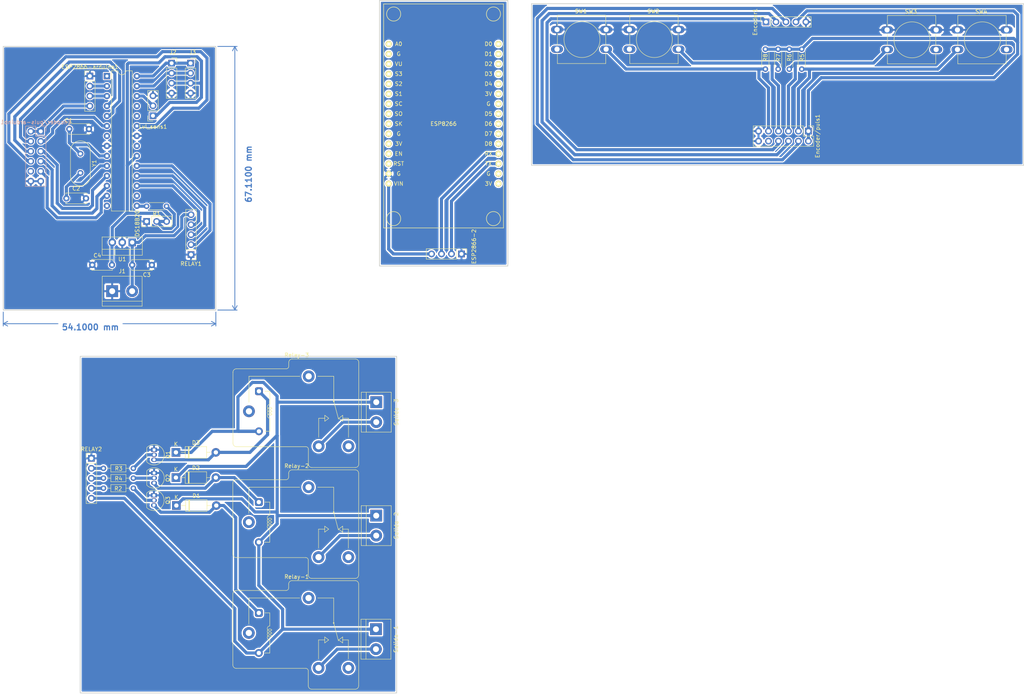
<source format=kicad_pcb>
(kicad_pcb (version 20211014) (generator pcbnew)
  (layers (0 "F.Cu" signal) (31 "B.Cu" signal) (34 "B.Paste" user) (35 "F.Paste" user) (36 "B.SilkS" user "B.Silkscreen") (37 "F.SilkS" user "F.Silkscreen") (38 "B.Mask" user) (39 "F.Mask" user) (44 "Edge.Cuts" user))
  (net 0 "")
  (net 1 "GND")
  (net 2 "Net-(Encoder/puls-arduino1-Pad3)")
  (net 3 "Net-(ESP2866-2-Pad2)")
  (net 4 "Net-(ESP2866-2-Pad3)")
  (net 6 "+5V")
  (net 9 "+12V")
  (net 11 "Net-(D1-Pad2)")
  (net 12 "Net-(D2-Pad2)")
  (net 13 "Net-(C1-Pad1)")
  (net 14 "Net-(C2-Pad1)")
  (net 15 "Net-(Lvl_sens1-Pad2)")
  (net 16 "Net-(Encoder/puls-arduino1-Pad5)")
  (net 17 "Net-(Encoder/puls-arduino1-Pad9)")
  (net 19 "Net-(Encoder/puls1-Pad3)")
  (net 20 "Net-(Encoder/puls1-Pad5)")
  (net 21 "Net-(Q1-Pad2)")
  (net 22 "Net-(Q2-Pad2)")
  (net 23 "Net-(Q3-Pad2)")
  (net 24 "Net-(D3-Pad2)")
  (net 25 "Net-(R1-Pad2)")
  (net 26 "Net-(R2-Pad2)")
  (net 27 "Net-(R3-Pad2)")
  (net 28 "Net-(R4-Pad2)")
  (net 29 "Net-(J2-Pad1)")
  (net 30 "Net-(J2-Pad2)")
  (net 32 "Net-(Encoder/puls1-Pad7)")
  (net 35 "Net-(ESP2866-arduino1-Pad2)")
  (net 36 "Net-(ESP2866-arduino1-Pad3)")
  (net 57 "Net-(RELAY1-Pad2)")
  (net 58 "Net-(RELAY1-Pad3)")
  (net 59 "Net-(RELAY1-Pad4)")
  (net 62 "Net-(Encoder/puls-arduino1-Pad7)")
  (net 67 "Net-(Relay-1-Pad11A)")
  (net 69 "Net-(Relay-2-Pad11A)")
  (net 71 "Net-(Relay-3-Pad11A)")
  (net 73 "Net-(Encoder/puls1-Pad9)")
  (net 74 "Net-(Relay-1-Pad14)")
  (net 75 "Net-(Relay-2-Pad14)")
  (net 76 "Net-(Relay-3-Pad14)")
  (net 77 "Net-(Encoder/puls-arduino1-Pad4)")
  (net 78 "Net-(Encoder/puls-arduino1-Pad6)")
  (net 79 "Net-(Encoder/puls-arduino1-Pad8)")
  (net 80 "Net-(Encoder/puls1-Pad4)")
  (net 81 "Net-(Encoder/puls1-Pad6)")
  (net 82 "Net-(Encoder/puls1-Pad8)")
  (footprint "Connector_PinSocket_2.54mm:PinSocket_1x05_P2.54mm_Vertical" (layer "F.Cu") (at 212.94 19.805 90)
    (fp_text reference "Encoder1")
    (fp_text value "Conn_01x05")
  )
  (footprint "Button_Switch_THT:SW_PUSH-12mm" (layer "F.Cu") (at 261.67 21.82)
    (fp_text reference "SW4")
    (fp_text value "SW_Push")
  )
  (footprint "Capacitor_THT:C_Disc_D5.0mm_W2.5mm_P5.00mm" (layer "F.Cu") (at 34.88 64.71)
    (fp_text reference "C2")
    (fp_text value "20pF")
  )
  (footprint "Connector_PinSocket_2.54mm:PinSocket_1x03_P2.54mm_Vertical" (layer "F.Cu") (at 56.92 43.685 180)
    (fp_text reference "Lvl_sens1")
    (fp_text value "lvl_sens")
  )
  (footprint "Diode_THT:D_DO-41_SOD81_P10.16mm_Horizontal" (layer "F.Cu") (at 62.87 142.89)
    (fp_text reference "D1")
    (fp_text value "1N4007")
  )
  (footprint "Package_TO_SOT_THT:TO-220-3_Vertical" (layer "F.Cu") (at 51.635 75.91 180)
    (fp_text reference "U1")
    (fp_text value "LM7805")
  )
  (footprint "Resistor_THT:R_Axial_DIN0204_L3.6mm_D1.6mm_P7.62mm_Horizontal" (layer "F.Cu") (at 51.93 133.42 180)
    (fp_text reference "R3")
    (fp_text value "1k")
  )
  (footprint "Resistor_THT:R_Axial_DIN0204_L3.6mm_D1.6mm_P5.08mm_Horizontal" (layer "F.Cu") (at 60.375 66.7 180)
    (fp_text reference "R1")
    (fp_text value "4.7k")
  )
  (footprint "Relay_THT:Relay_SPDT_RAYEX-L90" (layer "F.Cu") (at 81.35 118.9)
    (fp_text reference "Relay-3")
    (fp_text value "RAYEX-L90")
  )
  (footprint "Diode_THT:D_DO-41_SOD81_P10.16mm_Horizontal" (layer "F.Cu") (at 62.76 135.78)
    (fp_text reference "D2")
    (fp_text value "1N4007")
  )
  (footprint "Capacitor_THT:C_Disc_D5.0mm_W2.5mm_P5.00mm" (layer "F.Cu") (at 35.625 47.06)
    (fp_text reference "C1")
    (fp_text value "20pF")
  )
  (footprint "Resistor_THT:R_Axial_DIN0204_L3.6mm_D1.6mm_P5.08mm_Horizontal" (layer "F.Cu") (at 218.87 31.81 90)
    (fp_text reference "R6")
    (fp_text value "10k")
  )
  (footprint "Crystal:Crystal_HC49-4H_Vertical" (layer "F.Cu") (at 38.445 53.35 -90)
    (fp_text reference "Y1")
    (fp_text value "16MHz")
  )
  (footprint "Connector_PinHeader_2.54mm:PinHeader_1x04_P2.54mm_Vertical" (layer "F.Cu") (at 135.44 78.85 -90)
    (fp_text reference "ESP2866-2")
    (fp_text value "Conn_01x04")
  )
  (footprint "Capacitor_THT:C_Disc_D5.0mm_W2.5mm_P5.00mm" (layer "F.Cu") (at 56.635 81.66 180)
    (fp_text reference "C3")
    (fp_text value "330nF")
  )
  (footprint "Connector_PinSocket_2.54mm:PinSocket_1x04_P2.54mm_Vertical" (layer "F.Cu") (at 61.665 30.3)
    (fp_text reference "J3")
    (fp_text value "DS1307")
  )
  (footprint "TerminalBlock:TerminalBlock_bornier-2_P5.08mm" (layer "F.Cu") (at 113.75 116.58 -90)
    (fp_text reference "Salida-3")
    (fp_text value "Conn_01x02")
  )
  (footprint "Resistor_THT:R_Axial_DIN0204_L3.6mm_D1.6mm_P5.08mm_Horizontal" (layer "F.Cu") (at 216.04 31.81 90)
    (fp_text reference "R7")
    (fp_text value "10k")
  )
  (footprint "ESP8266 LOLiN v3:ESP8266" (layer "F.Cu") (at 130.88 45.73)
    (fp_text reference "ESP8266")
    (fp_text value "NodeMCU1.0(ESP-12E)")
  )
  (footprint "Button_Switch_THT:SW_PUSH-12mm" (layer "F.Cu") (at 159.76 21.74)
    (fp_text reference "SW1")
    (fp_text value "SW_Push")
  )
  (footprint "Connector_PinSocket_2.54mm:PinSocket_1x04_P2.54mm_Vertical" (layer "F.Cu") (at 66.485 30.3)
    (fp_text reference "J2")
    (fp_text value "I2C + LCD")
  )
  (footprint "Package_TO_SOT_THT:TO-92_Inline" (layer "F.Cu") (at 57.2 128.7 -90)
    (fp_text reference "Q1")
    (fp_text value "PN2222A")
  )
  (footprint "TerminalBlock:TerminalBlock_bornier-2_P5.08mm" (layer "F.Cu") (at 46.535 88.33)
    (fp_text reference "J1")
    (fp_text value "12v")
  )
  (footprint "Package_TO_SOT_THT:TO-92_Inline" (layer "F.Cu") (at 57.2 134.61 -90)
    (fp_text reference "Q2")
    (fp_text value "PN2222A")
  )
  (footprint "Connector_PinHeader_2.54mm:PinHeader_2x06_P2.54mm_Vertical" (layer "F.Cu") (at 223.74 47.595 -90)
    (fp_text reference "Encoder/puls1")
    (fp_text value "Conn_02x06_Odd_Even")
  )
  (footprint "Diode_THT:D_DO-41_SOD81_P10.16mm_Horizontal" (layer "F.Cu") (at 62.76 129.36)
    (fp_text reference "D3")
    (fp_text value "1N4007")
  )
  (footprint "Capacitor_THT:C_Disc_D5.0mm_W2.5mm_P5.00mm" (layer "F.Cu") (at 41.475 81.64)
    (fp_text reference "C4")
    (fp_text value "100nF")
  )
  (footprint "TerminalBlock:TerminalBlock_bornier-2_P5.08mm" (layer "F.Cu") (at 113.74 145.46 -90)
    (fp_text reference "Salida-2")
    (fp_text value "Conn_01x02")
  )
  (footprint "Package_TO_SOT_THT:TO-92_Inline" (layer "F.Cu") (at 57.16 140.29 -90)
    (fp_text reference "Q3")
    (fp_text value "PN2222A")
  )
  (footprint "Connector_PinHeader_2.54mm:PinHeader_1x05_P2.54mm_Vertical" (layer "F.Cu") (at 41.24 130.875)
    (fp_text reference "RELAY2")
    (fp_text value "Conn_01x05")
  )
  (footprint "Package_DIP:DIP-28_W7.62mm" (layer "F.Cu") (at 45.195 33.58)
    (fp_text reference "U3" hide)
    (fp_text value "ATmega328P-P")
  )
  (footprint "Connector_PinHeader_2.54mm:PinHeader_1x05_P2.54mm_Vertical" (layer "F.Cu") (at 66.605 79.025 180)
    (fp_text reference "RELAY1")
    (fp_text value "Conn_01x05")
  )
  (footprint "TerminalBlock:TerminalBlock_bornier-2_P5.08mm" (layer "F.Cu") (at 113.67 174.36 -90)
    (fp_text reference "Salida-1")
    (fp_text value "Conn_01x02")
  )
  (footprint "Resistor_THT:R_Axial_DIN0204_L3.6mm_D1.6mm_P5.08mm_Horizontal" (layer "F.Cu") (at 212.79 31.81 90)
    (fp_text reference "R8")
    (fp_text value "10k")
  )
  (footprint "Relay_THT:Relay_SPDT_RAYEX-L90" (layer "F.Cu") (at 81.32 147.12)
    (fp_text reference "Relay-2")
    (fp_text value "RAYEX-L90")
  )
  (footprint "Connector_PinHeader_2.54mm:PinHeader_1x04_P2.54mm_Vertical" (layer "F.Cu") (at 40.855 33.58)
    (fp_text reference "ESP2866-arduino1")
    (fp_text value "Conn_01x04")
  )
  (footprint "Button_Switch_THT:SW_PUSH-12mm" (layer "F.Cu") (at 178.18 21.74)
    (fp_text reference "SW2")
    (fp_text value "SW_Push")
  )
  (footprint "Resistor_THT:R_Axial_DIN0204_L3.6mm_D1.6mm_P7.62mm_Horizontal" (layer "F.Cu") (at 51.93 138.48 180)
    (fp_text reference "R2")
    (fp_text value "1k")
  )
  (footprint "Relay_THT:Relay_SPDT_RAYEX-L90" (layer "F.Cu") (at 81.32 175.32)
    (fp_text reference "Relay-1")
    (fp_text value "RAYEX-L90")
  )
  (footprint "Button_Switch_THT:SW_PUSH-12mm" (layer "F.Cu") (at 243.76 21.82)
    (fp_text reference "SW3")
    (fp_text value "SW_Push")
  )
  (footprint "Resistor_THT:R_Axial_DIN0204_L3.6mm_D1.6mm_P7.62mm_Horizontal" (layer "F.Cu") (at 51.93 135.92 180)
    (fp_text reference "R4")
    (fp_text value "1k")
  )
  (footprint "Resistor_THT:R_Axial_DIN0204_L3.6mm_D1.6mm_P5.08mm_Horizontal" (layer "F.Cu") (at 222.04 31.81 90)
    (fp_text reference "R5")
    (fp_text value "10k")
  )
  (footprint "Connector_PinHeader_2.54mm:PinHeader_1x03_P2.54mm_Vertical" (layer "F.Cu") (at 55.31 70.58 90)
    (fp_text reference "DS18B20")
    (fp_text value "Conn_01x03")
  )
  (footprint "Connector_PinHeader_2.54mm:PinHeader_2x06_P2.54mm_Vertical" (layer "B.Cu") (at 28.355 47.64 180)
    (fp_text reference "Encoder/puls-arduino1")
    (fp_text value "Conn_02x06_Odd_Even" hide)
  )
  (gr_rect (start 153.28 15.152161) (end 278.518479 56.30358) (layer "Edge.Cuts") (width 0.2) (fill none))
  (gr_rect (start 114.58 14.32) (end 147.24 81.93) (layer "Edge.Cuts") (width 0.2) (fill none))
  (gr_rect (start 72.915 26.03) (end 18.815 93.14) (layer "Edge.Cuts") (width 0.2) (fill none))
  (gr_rect (start 38.41 104.91) (end 118.94 190.59) (layer "Edge.Cuts") (width 0.2) (fill none))
  (dimension (type aligned) (layer "B.Cu") (pts (xy 72.915 26.03) (xy 72.915 93.14)) (height -4.835) (gr_text "67.1100 mm" (at 81.26 58.53 90) (layer "B.Cu") (effects (font (size 1.5 1.5) (thickness 0.3)))) (format (units 3) (units_format 1) (precision 4)) (style (thickness 0.2) (arrow_length 1.27) (text_position_mode 2) (extension_height 0.58642) (extension_offset 0.5) keep_text_aligned))
  (dimension (type aligned) (layer "B.Cu") (pts (xy 18.815 93.14) (xy 72.915 93.14)) (height 3.47) (gr_text "54.1000 mm" (at 41.005 97.5) (layer "B.Cu") (effects (font (size 1.5 1.5) (thickness 0.3)))) (format (units 3) (units_format 1) (precision 4)) (style (thickness 0.2) (arrow_length 1.27) (text_position_mode 2) (extension_height 0.58642) (extension_offset 0.5) keep_text_aligned))
  (segment (start 40.625 47.06) (end 40.895 47.06) (width 0.8) (layer "B.Cu") (net 1))
  (segment (start 34.35 44.08) (end 41.89 44.08) (width 0.8) (layer "B.Cu") (net 2))
  (segment (start 28.355 50.18) (end 29.3 50.18) (width 0.8) (layer "B.Cu") (net 2))
  (segment (start 31.38 47.05) (end 34.35 44.08) (width 0.8) (layer "B.Cu") (net 2))
  (segment (start 41.89 44.08) (end 44.09 46.28) (width 0.8) (layer "B.Cu") (net 2))
  (segment (start 44.09 46.28) (end 45.195 46.28) (width 0.8) (layer "B.Cu") (net 2))
  (segment (start 29.3 50.18) (end 31.38 48.1) (width 0.8) (layer "B.Cu") (net 2))
  (segment (start 31.38 48.1) (end 31.38 47.05) (width 0.8) (layer "B.Cu") (net 2))
  (segment (start 142.42 55.89) (end 144.85 55.89) (width 0.8) (layer "B.Cu") (net 3))
  (segment (start 132.89 65.42) (end 142.42 55.89) (width 0.8) (layer "B.Cu") (net 3))
  (segment (start 132.89 78.84) (end 132.89 65.42) (width 0.8) (layer "B.Cu") (net 3))
  (segment (start 132.9 78.85) (end 132.89 78.84) (width 0.8) (layer "B.Cu") (net 3))
  (segment (start 130.36 78.85) (end 130.34 78.83) (width 0.8) (layer "B.Cu") (net 4))
  (segment (start 141.83 53.35) (end 144.85 53.35) (width 0.8) (layer "B.Cu") (net 4))
  (segment (start 130.34 64.84) (end 141.83 53.35) (width 0.8) (layer "B.Cu") (net 4))
  (segment (start 130.34 78.83) (end 130.34 64.84) (width 0.8) (layer "B.Cu") (net 4))
  (segment (start 62.335 71.53) (end 61.495 72.37) (width 0.8) (layer "B.Cu") (net 6))
  (segment (start 50.39 56.325) (end 50.39 30.57) (width 0.8) (layer "B.Cu") (net 6))
  (segment (start 223.365 17) (end 220.56 19.805) (width 0.8) (layer "B.Cu") (net 6))
  (segment (start 46.555 75.91) (end 46.555 72.11) (width 0.8) (layer "B.Cu") (net 6))
  (segment (start 127.82 78.85) (end 118.13 78.85) (width 0.8) (layer "B.Cu") (net 6))
  (segment (start 61.2 40.28) (end 67.99 40.28) (width 0.8) (layer "B.Cu") (net 6))
  (segment (start 271.76 33.24) (end 277 28) (width 0.8) (layer "B.Cu") (net 6))
  (segment (start 277 18) (end 276 17) (width 0.8) (layer "B.Cu") (net 6))
  (segment (start 50.39 30.57) (end 50.72 30.24) (width 0.8) (layer "B.Cu") (net 6))
  (segment (start 57.795 43.685) (end 61.2 40.28) (width 0.8) (layer "B.Cu") (net 6))
  (segment (start 46.555 72.11) (end 50.145 68.52) (width 0.8) (layer "B.Cu") (net 6))
  (segment (start 62.335 68.66) (end 62.335 71.53) (width 0.8) (layer "B.Cu") (net 6))
  (segment (start 212.79 26.73) (end 212.8 26.74) (width 0.8) (layer "B.Cu") (net 6))
  (segment (start 50.39 68.51) (end 50.39 56.325) (width 0.8) (layer "B.Cu") (net 6))
  (segment (start 58.945 68.51) (end 50.39 68.51) (width 0.8) (layer "B.Cu") (net 6))
  (segment (start 69.25 29.755738) (end 68.164262 28.67) (width 0.8) (layer "B.Cu") (net 6))
  (segment (start 272 33) (end 271 34) (width 0.8) (layer "B.Cu") (net 6))
  (segment (start 58.415 30.24) (end 50.72 30.24) (width 0.8) (layer "B.Cu") (net 6))
  (segment (start 276 24) (end 277 25) (width 0.8) (layer "B.Cu") (net 6))
  (segment (start 276 17) (end 223.365 17) (width 0.8) (layer "B.Cu") (net 6))
  (segment (start 60.39 70.58) (end 57.85 70.58) (width 0.8) (layer "B.Cu") (net 6))
  (segment (start 60.39 69.955) (end 58.945 68.51) (width 0.8) (layer "B.Cu") (net 6))
  (segment (start 227 34) (end 223.74 37.26) (width 0.8) (layer "B.Cu") (net 6))
  (segment (start 50.39 56.325) (end 52.815 53.9) (width 0.8) (layer "B.Cu") (net 6))
  (segment (start 46.475 75.99) (end 46.555 75.91) (width 0.8) (layer "B.Cu") (net 6))
  (segment (start 277 28) (end 277 25) (width 0.8) (layer "B.Cu") (net 6))
  (segment (start 66.485 35.38) (end 69.24 35.38) (width 0.8) (layer "B.Cu") (net 6))
  (segment (start 28.355 47.005) (end 34.16 41.2) (width 0.8) (layer "B.Cu") (net 6))
  (segment (start 224.77 24) (end 276 24) (width 0.8) (layer "B.Cu") (net 6))
  (segment (start 67.98 40.28) (end 69.25 39.01) (width 0.8) (layer "B.Cu") (net 6))
  (segment (start 46.475 81.64) (end 46.475 75.99) (width 0.8) (layer "B.Cu") (net 6))
  (segment (start 56.92 43.685) (end 57.795 43.685) (width 0.8) (layer "B.Cu") (net 6))
  (segment (start 222.03 26.74) (end 224.77 24) (width 0.8) (layer "B.Cu") (net 6))
  (segment (start 277 25) (end 277 18) (width 0.8) (layer "B.Cu") (net 6))
  (segment (start 212.8 26.74) (end 222.03 26.74) (width 0.8) (layer "B.Cu") (net 6))
  (segment (start 50.145 68.52) (end 50.38 68.52) (width 0.8) (layer "B.Cu") (net 6))
  (segment (start 50.39 68.51) (end 50.38 68.52) (width 0.8) (layer "B.Cu") (net 6))
  (segment (start 59.64 72.37) (end 57.85 70.58) (width 0.8) (layer "B.Cu") (net 6))
  (segment (start 223.74 47.595) (end 223.74 50.135) (width 0.8) (layer "B.Cu") (net 6))
  (segment (start 118.13 78.85) (end 116.91 77.63) (width 0.8) (layer "B.Cu") (net 6))
  (segment (start 61.495 72.37) (end 59.64 72.37) (width 0.8) (layer "B.Cu") (net 6))
  (segment (start 69.25 39.01) (end 69.25 29.755738) (width 0.8) (layer "B.Cu") (net 6))
  (segment (start 116.91 77.63) (end 116.91 60.97) (width 0.8) (layer "B.Cu") (net 6))
  (segment (start 68.164262 28.67) (end 59.985 28.67) (width 0.8) (layer "B.Cu") (net 6))
  (segment (start 61.665 35.38) (end 66.485 35.38) (width 0.8) (layer "B.Cu") (net 6))
  (segment (start 271 34) (end 227 34) (width 0.8) (layer "B.Cu") (net 6))
  (segment (start 60.39 70.58) (end 60.39 69.955) (width 0.8) (layer "B.Cu") (net 6))
  (segment (start 60.375 66.7) (end 62.335 68.66) (width 0.8) (layer "B.Cu") (net 6))
  (segment (start 59.985 28.67) (end 58.415 30.24) (width 0.8) (layer "B.Cu") (net 6))
  (segment (start 25.815 47.64) (end 28.355 47.64) (width 0.8) (layer "B.Cu") (net 6))
  (segment (start 223.74 37.26) (end 223.74 47.595) (width 0.8) (layer "B.Cu") (net 6))
  (segment (start 28.355 47.64) (end 28.355 47.005) (width 0.8) (layer "B.Cu") (net 6))
  (segment (start 34.16 41.2) (end 40.855 41.2) (width 0.8) (layer "B.Cu") (net 6))
  (segment (start 62.99 135.78) (end 65.84 132.93) (width 0.8) (layer "B.Cu") (net 9))
  (segment (start 66.65 129.36) (end 72.01 124) (width 0.8) (layer "B.Cu") (net 9))
  (segment (start 65.84 132.93) (end 80.61 132.93) (width 0.8) (layer "B.Cu") (net 9))
  (segment (start 88.53 147.55) (end 83.86 152.22) (width 0.8) (layer "B.Cu") (net 9))
  (segment (start 51.635 81.66) (end 51.635 79.25) (width 0.8) (layer "B.Cu") (net 9))
  (segment (start 64.57 141.19) (end 79.52 141.19) (width 0.8) (layer "B.Cu") (net 9))
  (segment (start 72.01 124) (end 83.89 124) (width 0.8) (layer "B.Cu") (net 9))
  (segment (start 64.795 68.865) (end 66.605 68.865) (width 0.8) (layer "B.Cu") (net 9))
  (segment (start 113.74 145.46) (end 88.6 145.46) (width 0.8) (layer "B.Cu") (net 9))
  (segment (start 53.305 75.91) (end 54.995 74.22) (width 0.8) (layer "B.Cu") (net 9))
  (segment (start 64.24 72.28) (end 64.24 69.42) (width 0.8) (layer "B.Cu") (net 9))
  (segment (start 88.53 145.53) (end 88.53 147.55) (width 0.8) (layer "B.Cu") (net 9))
  (segment (start 78.54 115.24) (end 82.23 111.55) (width 0.8) (layer "B.Cu") (net 9))
  (segment (start 77.75 177.43) (end 80.74 180.42) (width 0.8) (layer "B.Cu") (net 9))
  (segment (start 82.86 144.53) (end 88.5 144.53) (width 0.8) (layer "B.Cu") (net 9))
  (segment (start 62.76 135.78) (end 62.99 135.78) (width 0.8) (layer "B.Cu") (net 9))
  (segment (start 113.75 116.58) (end 88.51 116.58) (width 0.8) (layer "B.Cu") (net 9))
  (segment (start 51.635 81.66) (end 51.635 88.31) (width 0.8) (layer "B.Cu") (net 9))
  (segment (start 54.995 74.22) (end 62.3 74.22) (width 0.8) (layer "B.Cu") (net 9))
  (segment (start 78.72 124) (end 78.54 123.82) (width 0.8) (layer "B.Cu") (net 9))
  (segment (start 89.92 174.36) (end 83.86 180.42) (width 0.8) (layer "B.Cu") (net 9))
  (segment (start 62.87 142.89) (end 64.57 141.19) (width 0.8) (layer "B.Cu") (net 9))
  (segment (start 51.635 88.31) (end 51.615 88.33) (width 0.8) (layer "B.Cu") (net 9))
  (segment (start 49.635 141.035) (end 77.75 169.15) (width 0.8) (layer "B.Cu") (net 9))
  (segment (start 88.5 144.53) (end 88.51 144.52) (width 0.8) (layer "B.Cu") (net 9))
  (segment (start 82.24 111.55) (end 85.02 111.55) (width 0.8) (layer "B.Cu") (net 9))
  (segment (start 62.76 129.36) (end 66.65 129.36) (width 0.8) (layer "B.Cu") (net 9))
  (segment (start 88.6 145.46) (end 88.53 145.53) (width 0.8) (layer "B.Cu") (net 9))
  (segment (start 51.635 75.91) (end 53.305 75.91) (width 0.8) (layer "B.Cu") (net 9))
  (segment (start 83.86 152.22) (end 83.86 163.23) (width 0.8) (layer "B.Cu") (net 9))
  (segment (start 64.24 69.42) (end 64.795 68.865) (width 0.8) (layer "B.Cu") (net 9))
  (segment (start 83.86 163.23) (end 89.92 169.29) (width 0.8) (layer "B.Cu") (net 9))
  (segment (start 80.61 132.93) (end 88.41 125.13) (width 0.8) (layer "B.Cu") (net 9))
  (segment (start 85.02 111.55) (end 88.51 115.04) (width 0.8) (layer "B.Cu") (net 9))
  (segment (start 83.89 124) (end 78.72 124) (width 0.8) (layer "B.Cu") (net 9))
  (segment (start 113.67 174.36) (end 89.92 174.36) (width 0.8) (layer "B.Cu") (net 9))
  (segment (start 89.92 169.29) (end 89.92 174.36) (width 0.8) (layer "B.Cu") (net 9))
  (segment (start 82.23 111.55) (end 82.26 111.55) (width 0.8) (layer "B.Cu") (net 9))
  (segment (start 88.53 125.13) (end 88.53 145.53) (width 0.8) (layer "B.Cu") (net 9))
  (segment (start 80.74 180.42) (end 83.86 180.42) (width 0.8) (layer "B.Cu") (net 9))
  (segment (start 41.24 141.035) (end 49.635 141.035) (width 0.8) (layer "B.Cu") (net 9))
  (segment (start 51.635 79.25) (end 51.635 75.91) (width 0.8) (layer "B.Cu") (net 9))
  (segment (start 88.41 125.13) (end 88.53 125.13) (width 0.8) (layer "B.Cu") (net 9))
  (segment (start 88.51 115.04) (end 88.51 116.58) (width 0.8) (layer "B.Cu") (net 9))
  (segment (start 88.51 116.58) (end 88.51 125.13) (width 0.8) (layer "B.Cu") (net 9))
  (segment (start 78.54 123.82) (end 78.54 115.24) (width 0.8) (layer "B.Cu") (net 9))
  (segment (start 62.3 74.22) (end 64.24 72.28) (width 0.8) (layer "B.Cu") (net 9))
  (segment (start 79.52 141.19) (end 82.86 144.53) (width 0.8) (layer "B.Cu") (net 9))
  (segment (start 77.75 169.15) (end 77.75 177.43) (width 0.8) (layer "B.Cu") (net 9))
  (segment (start 58.92 144.59) (end 71.33 144.59) (width 0.8) (layer "B.Cu") (net 11))
  (segment (start 77.98 164.34) (end 83.86 170.22) (width 0.8) (layer "B.Cu") (net 11))
  (segment (start 74.93 142.89) (end 77.98 145.94) (width 0.8) (layer "B.Cu") (net 11))
  (segment (start 71.33 144.59) (end 73.03 142.89) (width 0.8) (layer "B.Cu") (net 11))
  (segment (start 57.16 142.83) (end 58.92 144.59) (width 0.8) (layer "B.Cu") (net 11))
  (segment (start 73.03 142.89) (end 74.93 142.89) (width 0.8) (layer "B.Cu") (net 11))
  (segment (start 77.98 145.94) (end 77.98 164.34) (width 0.8) (layer "B.Cu") (net 11))
  (segment (start 57.2 137.15) (end 57.2 137.375) (width 0.8) (layer "B.Cu") (net 12))
  (segment (start 57.2 137.375) (end 58.3 138.475) (width 0.8) (layer "B.Cu") (net 12))
  (segment (start 77.62 135.78) (end 83.86 142.02) (width 0.8) (layer "B.Cu") (net 12))
  (segment (start 58.3 138.475) (end 70.225 138.475) (width 0.8) (layer "B.Cu") (net 12))
  (segment (start 70.225 138.475) (end 72.92 135.78) (width 0.8) (layer "B.Cu") (net 12))
  (segment (start 72.92 135.78) (end 77.62 135.78) (width 0.8) (layer "B.Cu") (net 12))
  (segment (start 36.18 51.085) (end 40.47 51.085) (width 0.8) (layer "B.Cu") (net 13))
  (segment (start 35.625 47.06) (end 35.625 50.53) (width 0.8) (layer "B.Cu") (net 13))
  (segment (start 35.625 50.53) (end 36.18 51.085) (width 0.8) (layer "B.Cu") (net 13))
  (segment (start 43.385 53.9) (end 45.195 53.9) (width 0.8) (layer "B.Cu") (net 13))
  (segment (start 43.335 53.95) (end 43.385 53.9) (width 0.8) (layer "B.Cu") (net 13))
  (segment (start 36.18 51.085) (end 38.445 53.35) (width 0.8) (layer "B.Cu") (net 13))
  (segment (start 40.47 51.085) (end 43.335 53.95) (width 0.8) (layer "B.Cu") (net 13))
  (segment (start 35.555 61.12) (end 38.825 61.12) (width 0.8) (layer "B.Cu") (net 14))
  (segment (start 38.825 61.12) (end 43.505 56.44) (width 0.8) (layer "B.Cu") (net 14))
  (segment (start 35.555 61.12) (end 38.445 58.23) (width 0.8) (layer "B.Cu") (net 14))
  (segment (start 34.88 61.795) (end 35.555 61.12) (width 0.8) (layer "B.Cu") (net 14))
  (segment (start 34.9 64.65) (end 34.99 64.65) (width 0.8) (layer "B.Cu") (net 14))
  (segment (start 34.88 64.71) (end 34.88 61.795) (width 0.8) (layer "B.Cu") (net 14))
  (segment (start 43.505 56.44) (end 45.195 56.44) (width 0.8) (layer "B.Cu") (net 14))
  (segment (start 52.815 38.66) (end 54.435 38.66) (width 0.8) (layer "B.Cu") (net 15))
  (segment (start 54.435 38.66) (end 56.92 41.145) (width 0.8) (layer "B.Cu") (net 15))
  (segment (start 40.76 67.25) (end 41.52 66.49) (width 0.8) (layer "B.Cu") (net 16))
  (segment (start 41.52 66.49) (end 41.52 62.655) (width 0.8) (layer "B.Cu") (net 16))
  (segment (start 32.56 56.2) (end 32.56 65.94) (width 0.8) (layer "B.Cu") (net 16))
  (segment (start 29.08 52.72) (end 32.56 56.2) (width 0.8) (layer "B.Cu") (net 16))
  (segment (start 32.56 65.94) (end 33.87 67.25) (width 0.8) (layer "B.Cu") (net 16))
  (segment (start 41.52 62.655) (end 45.195 58.98) (width 0.8) (layer "B.Cu") (net 16))
  (segment (start 33.87 67.25) (end 40.76 67.25) (width 0.8) (layer "B.Cu") (net 16))
  (segment (start 28.355 52.72) (end 29.08 52.72) (width 0.8) (layer "B.Cu") (net 16))
  (segment (start 43.75 68.32) (end 43.75 64.98) (width 0.8) (layer "B.Cu") (net 17))
  (segment (start 32.54 69.65) (end 42.42 69.65) (width 0.8) (layer "B.Cu") (net 17))
  (segment (start 44.67 64.06) (end 45.195 64.06) (width 0.8) (layer "B.Cu") (net 17))
  (segment (start 29.98 67.09) (end 32.54 69.65) (width 0.8) (layer "B.Cu") (net 17))
  (segment (start 29.98 59.425) (end 29.98 67.09) (width 0.8) (layer "B.Cu") (net 17))
  (segment (start 43.75 64.98) (end 44.67 64.06) (width 0.8) (layer "B.Cu") (net 17))
  (segment (start 28.355 57.8) (end 29.98 59.425) (width 0.8) (layer "B.Cu") (net 17))
  (segment (start 42.42 69.65) (end 43.75 68.32) (width 0.8) (layer "B.Cu") (net 17))
  (segment (start 256.68 31.81) (end 261.67 26.82) (width 0.8) (layer "B.Cu") (net 19))
  (segment (start 224.95 31.81) (end 256.68 31.81) (width 0.8) (layer "B.Cu") (net 19))
  (segment (start 224 34) (end 221.2 36.8) (width 0.8) (layer "B.Cu") (net 19))
  (segment (start 224.44 31.81) (end 224.95 31.81) (width 0.8) (layer "B.Cu") (net 19))
  (segment (start 221.2 36.8) (end 221.2 47.595) (width 0.8) (layer "B.Cu") (net 19))
  (segment (start 222.04 31.81) (end 224.44 31.81) (width 0.8) (layer "B.Cu") (net 19))
  (segment (start 224 32.05) (end 224 34) (width 0.8) (layer "B.Cu") (net 19))
  (segment (start 220.42 30.26) (end 240.32 30.26) (width 0.8) (layer "B.Cu") (net 20))
  (segment (start 220.4 34.36) (end 220.4 30.28) (width 0.8) (layer "B.Cu") (net 20))
  (segment (start 220.4 30.28) (end 220.42 30.26) (width 0.8) (layer "B.Cu") (net 20))
  (segment (start 218.66 47.595) (end 218.66 36.1) (width 0.8) (layer "B.Cu") (net 20))
  (segment (start 240.32 30.26) (end 243.76 26.82) (width 0.8) (layer "B.Cu") (net 20))
  (segment (start 218.66 36.1) (end 220.4 34.36) (width 0.8) (layer "B.Cu") (net 20))
  (segment (start 220.42 30.26) (end 218.87 31.81) (width 0.8) (layer "B.Cu") (net 20))
  (segment (start 55.38 129.97) (end 57.2 129.97) (width 0.8) (layer "B.Cu") (net 21))
  (segment (start 51.93 133.42) (end 55.38 129.97) (width 0.8) (layer "B.Cu") (net 21))
  (segment (start 51.93 135.92) (end 57.16 135.92) (width 0.8) (layer "B.Cu") (net 22))
  (segment (start 57.16 135.92) (end 57.2 135.88) (width 0.8) (layer "B.Cu") (net 22))
  (segment (start 51.93 138.48) (end 55.01 141.56) (width 0.8) (layer "B.Cu") (net 23))
  (segment (start 55.01 141.56) (end 57.16 141.56) (width 0.8) (layer "B.Cu") (net 23))
  (segment (start 72.92 129.36) (end 81.59 129.36) (width 0.8) (layer "B.Cu") (net 24))
  (segment (start 81.59 129.36) (end 86.09 124.86) (width 0.8) (layer "B.Cu") (net 24))
  (segment (start 71.04 131.24) (end 72.92 129.36) (width 0.8) (layer "B.Cu") (net 24))
  (segment (start 86.09 116) (end 83.89 113.8) (width 0.8) (layer "B.Cu") (net 24))
  (segment (start 57.2 131.24) (end 71.04 131.24) (width 0.8) (layer "B.Cu") (net 24))
  (segment (start 86.09 124.86) (end 86.09 116) (width 0.8) (layer "B.Cu") (net 24))
  (segment (start 55.295 66.7) (end 52.915 66.7) (width 0.8) (layer "B.Cu") (net 25))
  (segment (start 52.915 66.7) (end 52.815 66.6) (width 0.8) (layer "B.Cu") (net 25))
  (segment (start 44.295 138.495) (end 44.31 138.48) (width 0.8) (layer "B.Cu") (net 26))
  (segment (start 41.24 138.495) (end 44.295 138.495) (width 0.8) (layer "B.Cu") (net 26))
  (segment (start 41.24 133.415) (end 44.305 133.415) (width 0.8) (layer "B.Cu") (net 27))
  (segment (start 44.305 133.415) (end 44.31 133.42) (width 0.8) (layer "B.Cu") (net 27))
  (segment (start 41.24 135.955) (end 44.275 135.955) (width 0.8) (layer "B.Cu") (net 28))
  (segment (start 44.27 135.96) (end 44.31 135.92) (width 0.8) (layer "B.Cu") (net 28))
  (segment (start 44.275 135.955) (end 44.31 135.92) (width 0.8) (layer "B.Cu") (net 28))
  (segment (start 61.665 30.3) (end 66.485 30.3) (width 0.8) (layer "B.Cu") (net 29))
  (segment (start 61.665 30.3) (end 60.255 30.3) (width 0.8) (layer "B.Cu") (net 29))
  (segment (start 60.255 30.3) (end 56.975 33.58) (width 0.8) (layer "B.Cu") (net 29))
  (segment (start 56.975 33.58) (end 52.815 33.58) (width 0.8) (layer "B.Cu") (net 29))
  (segment (start 61.665 32.84) (end 66.485 32.84) (width 0.8) (layer "B.Cu") (net 30))
  (segment (start 60.425 32.84) (end 57.145 36.12) (width 0.8) (layer "B.Cu") (net 30))
  (segment (start 57.145 36.12) (end 52.815 36.12) (width 0.8) (layer "B.Cu") (net 30))
  (segment (start 61.665 32.84) (end 60.425 32.84) (width 0.8) (layer "B.Cu") (net 30))
  (segment (start 214.51 34.415786) (end 214.51 30.54) (width 0.8) (layer "B.Cu") (net 32))
  (segment (start 216.12 36.025786) (end 214.51 34.415786) (width 0.8) (layer "B.Cu") (net 32))
  (segment (start 216.12 47.595) (end 216.12 36.025786) (width 0.8) (layer "B.Cu") (net 32))
  (segment (start 214.51 30.54) (end 214.79 30.26) (width 0.8) (layer "B.Cu") (net 32))
  (segment (start 215.55 30.26) (end 216.04 30.75) (width 0.8) (layer "B.Cu") (net 32))
  (segment (start 214.79 30.26) (end 215.55 30.26) (width 0.8) (layer "B.Cu") (net 32))
  (segment (start 214.79 30.26) (end 194.2 30.26) (width 0.8) (layer "B.Cu") (net 32))
  (segment (start 216.04 30.75) (end 216.04 31.81) (width 0.8) (layer "B.Cu") (net 32))
  (segment (start 194.2 30.26) (end 190.68 26.74) (width 0.8) (layer "B.Cu") (net 32))
  (segment (start 40.855 36.12) (end 45.195 36.12) (width 0.8) (layer "B.Cu") (net 35))
  (segment (start 40.855 38.66) (end 45.195 38.66) (width 0.8) (layer "B.Cu") (net 36))
  (segment (start 67.8 76.485) (end 71.445 72.84) (width 0.8) (layer "B.Cu") (net 57))
  (segment (start 71.445 66.11) (end 61.775 56.44) (width 0.8) (layer "B.Cu") (net 57))
  (segment (start 66.605 76.485) (end 67.8 76.485) (width 0.8) (layer "B.Cu") (net 57))
  (segment (start 61.775 56.44) (end 52.815 56.44) (width 0.8) (layer "B.Cu") (net 57))
  (segment (start 71.445 72.84) (end 71.445 66.11) (width 0.8) (layer "B.Cu") (net 57))
  (segment (start 70.085 71.6) (end 70.085 67.155) (width 0.8) (layer "B.Cu") (net 58))
  (segment (start 67.755 73.93) (end 70.085 71.6) (width 0.8) (layer "B.Cu") (net 58))
  (segment (start 66.605 73.945) (end 66.62 73.93) (width 0.8) (layer "B.Cu") (net 58))
  (segment (start 70.085 67.155) (end 61.91 58.98) (width 0.8) (layer "B.Cu") (net 58))
  (segment (start 66.62 73.93) (end 67.755 73.93) (width 0.8) (layer "B.Cu") (net 58))
  (segment (start 61.91 58.98) (end 52.815 58.98) (width 0.8) (layer "B.Cu") (net 58))
  (segment (start 66.605 71.405) (end 67.6 71.405) (width 0.8) (layer "B.Cu") (net 59))
  (segment (start 68.535 68.075) (end 61.98 61.52) (width 0.8) (layer "B.Cu") (net 59))
  (segment (start 68.535 70.47) (end 68.535 68.075) (width 0.8) (layer "B.Cu") (net 59))
  (segment (start 61.98 61.52) (end 52.815 61.52) (width 0.8) (layer "B.Cu") (net 59))
  (segment (start 67.6 71.405) (end 68.535 70.47) (width 0.8) (layer "B.Cu") (net 59))
  (segment (start 45.195 61.695) (end 45.195 61.52) (width 0.8) (layer "B.Cu") (net 62))
  (segment (start 33.14 68.46) (end 41.47 68.46) (width 0.8) (layer "B.Cu") (net 62))
  (segment (start 31.25 57.43) (end 31.25 66.57) (width 0.8) (layer "B.Cu") (net 62))
  (segment (start 28.355 55.26) (end 29.08 55.26) (width 0.8) (layer "B.Cu") (net 62))
  (segment (start 31.25 66.57) (end 33.14 68.46) (width 0.8) (layer "B.Cu") (net 62))
  (segment (start 42.65 67.28) (end 42.65 64.24) (width 0.8) (layer "B.Cu") (net 62))
  (segment (start 41.47 68.46) (end 42.65 67.28) (width 0.8) (layer "B.Cu") (net 62))
  (segment (start 42.65 64.24) (end 45.195 61.695) (width 0.8) (layer "B.Cu") (net 62))
  (segment (start 29.08 55.26) (end 31.25 57.43) (width 0.8) (layer "B.Cu") (net 62))
  (segment (start 211.15 31.79) (end 211.15 34.15) (width 0.8) (layer "B.Cu") (net 73))
  (segment (start 177.31 31.79) (end 172.26 26.74) (width 0.8) (layer "B.Cu") (net 73))
  (segment (start 212.77 31.79) (end 211.15 31.79) (width 0.8) (layer "B.Cu") (net 73))
  (segment (start 211.15 31.79) (end 177.31 31.79) (width 0.8) (layer "B.Cu") (net 73))
  (segment (start 211.15 34.15) (end 213.58 36.58) (width 0.8) (layer "B.Cu") (net 73))
  (segment (start 213.58 36.58) (end 213.58 47.595) (width 0.8) (layer "B.Cu") (net 73))
  (segment (start 212.79 31.81) (end 212.77 31.79) (width 0.8) (layer "B.Cu") (net 73))
  (segment (start 103.84 179.44) (end 99.06 184.22) (width 0.8) (layer "B.Cu") (net 74))
  (segment (start 113.67 179.44) (end 103.84 179.44) (width 0.8) (layer "B.Cu") (net 74))
  (segment (start 113.74 150.54) (end 104.54 150.54) (width 0.8) (layer "B.Cu") (net 75))
  (segment (start 104.54 150.54) (end 99.06 156.02) (width 0.8) (layer "B.Cu") (net 75))
  (segment (start 113.75 121.66) (end 105.23 121.66) (width 0.8) (layer "B.Cu") (net 76))
  (segment (start 105.23 121.66) (end 99.09 127.8) (width 0.8) (layer "B.Cu") (net 76))
  (segment (start 45.54 31.19) (end 47.22 32.87) (width 0.8) (layer "B.Cu") (net 77))
  (segment (start 25.815 50.18) (end 24.29 50.18) (width 0.8) (layer "B.Cu") (net 77))
  (segment (start 23.21 49.1) (end 23.21 44.55) (width 0.8) (layer "B.Cu") (net 77))
  (segment (start 47.22 32.87) (end 47.22 39.175) (width 0.8) (layer "B.Cu") (net 77))
  (segment (start 23.21 44.55) (end 36.57 31.19) (width 0.8) (layer "B.Cu") (net 77))
  (segment (start 47.22 39.175) (end 45.195 41.2) (width 0.8) (layer "B.Cu") (net 77))
  (segment (start 24.29 50.18) (end 23.21 49.1) (width 0.8) (layer "B.Cu") (net 77))
  (segment (start 36.57 31.19) (end 45.54 31.19) (width 0.8) (layer "B.Cu") (net 77))
  (segment (start 48.43 39.94) (end 46.74 41.63) (width 0.8) (layer "B.Cu") (net 78))
  (segment (start 46.74 41.63) (end 46.74 42.83) (width 0.8) (layer "B.Cu") (net 78))
  (segment (start 46.74 42.83) (end 45.83 43.74) (width 0.8) (layer "B.Cu") (net 78))
  (segment (start 48.43 32.38) (end 48.43 39.94) (width 0.8) (layer "B.Cu") (net 78))
  (segment (start 21.75 49.92) (end 21.75 43.89) (width 0.8) (layer "B.Cu") (net 78))
  (segment (start 24.55 52.72) (end 21.75 49.92) (width 0.8) (layer "B.Cu") (net 78))
  (segment (start 21.75 43.89) (end 35.63 30.01) (width 0.8) (layer "B.Cu") (net 78))
  (segment (start 25.815 52.72) (end 24.55 52.72) (width 0.8) (layer "B.Cu") (net 78))
  (segment (start 45.83 43.74) (end 45.195 43.74) (width 0.8) (layer "B.Cu") (net 78))
  (segment (start 35.63 30.01) (end 46.06 30.01) (width 0.8) (layer "B.Cu") (net 78))
  (segment (start 46.06 30.01) (end 48.43 32.38) (width 0.8) (layer "B.Cu") (net 78))
  (segment (start 69.06 27.36) (end 70.68 28.98) (width 0.8) (layer "B.Cu") (net 79))
  (segment (start 20.23 50.42) (end 20.23 43.18) (width 0.8) (layer "B.Cu") (net 79))
  (segment (start 57.62 46.18) (end 52.915 46.18) (width 0.8) (layer "B.Cu") (net 79))
  (segment (start 70.68 39.68) (end 68.59 41.77) (width 0.8) (layer "B.Cu") (net 79))
  (segment (start 20.23 43.18) (end 34.74 28.67) (width 0.8) (layer "B.Cu") (net 79))
  (segment (start 34.74 28.67) (end 58.01 28.67) (width 0.8) (layer "B.Cu") (net 79))
  (segment (start 25.07 55.26) (end 20.23 50.42) (width 0.8) (layer "B.Cu") (net 79))
  (segment (start 62.03 41.77) (end 57.62 46.18) (width 0.8) (layer "B.Cu") (net 79))
  (segment (start 68.59 41.77) (end 62.03 41.77) (width 0.8) (layer "B.Cu") (net 79))
  (segment (start 25.815 55.26) (end 25.07 55.26) (width 0.8) (layer "B.Cu") (net 79))
  (segment (start 59.32 27.36) (end 69.06 27.36) (width 0.8) (layer "B.Cu") (net 79))
  (segment (start 70.68 28.98) (end 70.68 39.68) (width 0.8) (layer "B.Cu") (net 79))
  (segment (start 58.01 28.67) (end 59.32 27.36) (width 0.8) (layer "B.Cu") (net 79))
  (segment (start 154.723137 18.937376) (end 157.29466 16.365853) (width 0.8) (layer "B.Cu") (net 80))
  (segment (start 217.118655 54.881345) (end 163.881345 54.881345) (width 0.8) (layer "B.Cu") (net 80))
  (segment (start 214.580853 16.365853) (end 218.02 19.805) (width 0.8) (layer "B.Cu") (net 80))
  (segment (start 163.881345 54.881345) (end 154.723137 45.723137) (width 0.8) (layer "B.Cu") (net 80))
  (segment (start 157.29466 16.365853) (end 214.580853 16.365853) (width 0.8) (layer "B.Cu") (net 80))
  (segment (start 221.2 50.8) (end 217.118655 54.881345) (width 0.8) (layer "B.Cu") (net 80))
  (segment (start 154.723137 45.723137) (end 154.723137 18.937376) (width 0.8) (layer "B.Cu") (net 80))
  (segment (start 213.699469 17.664469) (end 215.48 19.445) (width 0.8) (layer "B.Cu") (net 81))
  (segment (start 155.955833 45.28609) (end 155.955833 19.481652) (width 0.8) (layer "B.Cu") (net 81))
  (segment (start 215.740132 53.599868) (end 164.269611 53.599868) (width 0.8) (layer "B.Cu") (net 81))
  (segment (start 218.66 50.68) (end 215.740132 53.599868) (width 0.8) (layer "B.Cu") (net 81))
  (segment (start 215.48 19.445) (end 215.48 19.805) (width 0.8) (layer "B.Cu") (net 81))
  (segment (start 164.269611 53.599868) (end 155.955833 45.28609) (width 0.8) (layer "B.Cu") (net 81))
  (segment (start 155.955833 19.481652) (end 157.773016 17.664469) (width 0.8) (layer "B.Cu") (net 81))
  (segment (start 157.773016 17.664469) (end 213.699469 17.664469) (width 0.8) (layer "B.Cu") (net 81))
  (segment (start 212.94 19.805) (end 212.135 19) (width 0.8) (layer "B.Cu") (net 82))
  (segment (start 212.135 19) (end 158.221489 19) (width 0.8) (layer "B.Cu") (net 82))
  (segment (start 157.221489 44.728411) (end 164.81147 52.318392) (width 0.8) (layer "B.Cu") (net 82))
  (segment (start 214.681608 52.318392) (end 216.12 50.88) (width 0.8) (layer "B.Cu") (net 82))
  (segment (start 164.81147 52.318392) (end 214.681608 52.318392) (width 0.8) (layer "B.Cu") (net 82))
  (segment (start 158.221489 19) (end 157.221489 20) (width 0.8) (layer "B.Cu") (net 82))
  (segment (start 157.221489 20) (end 157.221489 44.728411) (width 0.8) (layer "B.Cu") (net 82))
  (zone (net 1) (net_name "GND") (layer "B.Cu") (connect_pads (clearance 0.358)) (min_thickness 0.254) (fill yes (thermal_gap 0.508) (thermal_bridge_width 0.508))
    (polygon (pts (xy 147.09 81.75) (xy 114.72 81.75) (xy 114.72 14.51) (xy 147.09 14.51)))
  )
  (zone (net 1) (net_name "GND") (layer "B.Cu") (connect_pads (clearance 0.24)) (min_thickness 0.354) (fill yes (thermal_gap 0.508) (thermal_bridge_width 0.508))
    (polygon (pts (xy 72.76 93.03) (xy 18.98 93.03) (xy 18.98 26.2) (xy 72.76 26.2)))
  )
  (zone (net 1) (net_name "GND") (layer "B.Cu") (connect_pads (clearance 0.29)) (min_thickness 0.254) (fill yes (thermal_gap 0.508) (thermal_bridge_width 0.508))
    (polygon (pts (xy 278.32 56.11) (xy 153.5 56.11) (xy 153.5 15.27) (xy 278.32 15.27)))
  )
  (zone (net 1) (net_name "GND") (layer "B.Cu") (connect_pads (clearance 0.358)) (min_thickness 0.254) (fill yes (thermal_gap 0.508) (thermal_bridge_width 0.508))
    (polygon (pts (xy 118.68 190.32) (xy 38.6 190.32) (xy 38.6 105.11) (xy 118.68 105.11)))
  )
)
</source>
